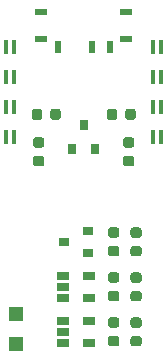
<source format=gbp>
G04 #@! TF.GenerationSoftware,KiCad,Pcbnew,(5.1.6)-1*
G04 #@! TF.CreationDate,2020-06-11T17:33:57+01:00*
G04 #@! TF.ProjectId,nrfmicro,6e72666d-6963-4726-9f2e-6b696361645f,rev?*
G04 #@! TF.SameCoordinates,Original*
G04 #@! TF.FileFunction,Paste,Bot*
G04 #@! TF.FilePolarity,Positive*
%FSLAX46Y46*%
G04 Gerber Fmt 4.6, Leading zero omitted, Abs format (unit mm)*
G04 Created by KiCad (PCBNEW (5.1.6)-1) date 2020-06-11 17:33:57*
%MOMM*%
%LPD*%
G01*
G04 APERTURE LIST*
%ADD10R,1.060000X0.650000*%
%ADD11R,1.270000X1.270000*%
%ADD12R,1.000000X0.600000*%
%ADD13R,1.100000X0.600000*%
%ADD14R,0.600000X1.000000*%
%ADD15R,0.800000X0.900000*%
%ADD16R,0.400000X1.143000*%
%ADD17R,0.900000X0.800000*%
G04 APERTURE END LIST*
D10*
X104267000Y-137433000D03*
X104267000Y-135533000D03*
X102067000Y-135533000D03*
X102067000Y-136483000D03*
X102067000Y-137433000D03*
G36*
G01*
X106598250Y-128513000D02*
X106085750Y-128513000D01*
G75*
G02*
X105867000Y-128294250I0J218750D01*
G01*
X105867000Y-127856750D01*
G75*
G02*
X106085750Y-127638000I218750J0D01*
G01*
X106598250Y-127638000D01*
G75*
G02*
X106817000Y-127856750I0J-218750D01*
G01*
X106817000Y-128294250D01*
G75*
G02*
X106598250Y-128513000I-218750J0D01*
G01*
G37*
G36*
G01*
X106598250Y-130088000D02*
X106085750Y-130088000D01*
G75*
G02*
X105867000Y-129869250I0J218750D01*
G01*
X105867000Y-129431750D01*
G75*
G02*
X106085750Y-129213000I218750J0D01*
G01*
X106598250Y-129213000D01*
G75*
G02*
X106817000Y-129431750I0J-218750D01*
G01*
X106817000Y-129869250D01*
G75*
G02*
X106598250Y-130088000I-218750J0D01*
G01*
G37*
G36*
G01*
X106085750Y-133023000D02*
X106598250Y-133023000D01*
G75*
G02*
X106817000Y-133241750I0J-218750D01*
G01*
X106817000Y-133679250D01*
G75*
G02*
X106598250Y-133898000I-218750J0D01*
G01*
X106085750Y-133898000D01*
G75*
G02*
X105867000Y-133679250I0J218750D01*
G01*
X105867000Y-133241750D01*
G75*
G02*
X106085750Y-133023000I218750J0D01*
G01*
G37*
G36*
G01*
X106085750Y-131448000D02*
X106598250Y-131448000D01*
G75*
G02*
X106817000Y-131666750I0J-218750D01*
G01*
X106817000Y-132104250D01*
G75*
G02*
X106598250Y-132323000I-218750J0D01*
G01*
X106085750Y-132323000D01*
G75*
G02*
X105867000Y-132104250I0J218750D01*
G01*
X105867000Y-131666750D01*
G75*
G02*
X106085750Y-131448000I218750J0D01*
G01*
G37*
G36*
G01*
X106085750Y-136833000D02*
X106598250Y-136833000D01*
G75*
G02*
X106817000Y-137051750I0J-218750D01*
G01*
X106817000Y-137489250D01*
G75*
G02*
X106598250Y-137708000I-218750J0D01*
G01*
X106085750Y-137708000D01*
G75*
G02*
X105867000Y-137489250I0J218750D01*
G01*
X105867000Y-137051750D01*
G75*
G02*
X106085750Y-136833000I218750J0D01*
G01*
G37*
G36*
G01*
X106085750Y-135258000D02*
X106598250Y-135258000D01*
G75*
G02*
X106817000Y-135476750I0J-218750D01*
G01*
X106817000Y-135914250D01*
G75*
G02*
X106598250Y-136133000I-218750J0D01*
G01*
X106085750Y-136133000D01*
G75*
G02*
X105867000Y-135914250I0J218750D01*
G01*
X105867000Y-135476750D01*
G75*
G02*
X106085750Y-135258000I218750J0D01*
G01*
G37*
G36*
G01*
X100277000Y-117811750D02*
X100277000Y-118324250D01*
G75*
G02*
X100058250Y-118543000I-218750J0D01*
G01*
X99620750Y-118543000D01*
G75*
G02*
X99402000Y-118324250I0J218750D01*
G01*
X99402000Y-117811750D01*
G75*
G02*
X99620750Y-117593000I218750J0D01*
G01*
X100058250Y-117593000D01*
G75*
G02*
X100277000Y-117811750I0J-218750D01*
G01*
G37*
G36*
G01*
X101852000Y-117811750D02*
X101852000Y-118324250D01*
G75*
G02*
X101633250Y-118543000I-218750J0D01*
G01*
X101195750Y-118543000D01*
G75*
G02*
X100977000Y-118324250I0J218750D01*
G01*
X100977000Y-117811750D01*
G75*
G02*
X101195750Y-117593000I218750J0D01*
G01*
X101633250Y-117593000D01*
G75*
G02*
X101852000Y-117811750I0J-218750D01*
G01*
G37*
G36*
G01*
X107327000Y-118324250D02*
X107327000Y-117811750D01*
G75*
G02*
X107545750Y-117593000I218750J0D01*
G01*
X107983250Y-117593000D01*
G75*
G02*
X108202000Y-117811750I0J-218750D01*
G01*
X108202000Y-118324250D01*
G75*
G02*
X107983250Y-118543000I-218750J0D01*
G01*
X107545750Y-118543000D01*
G75*
G02*
X107327000Y-118324250I0J218750D01*
G01*
G37*
G36*
G01*
X105752000Y-118324250D02*
X105752000Y-117811750D01*
G75*
G02*
X105970750Y-117593000I218750J0D01*
G01*
X106408250Y-117593000D01*
G75*
G02*
X106627000Y-117811750I0J-218750D01*
G01*
X106627000Y-118324250D01*
G75*
G02*
X106408250Y-118543000I-218750J0D01*
G01*
X105970750Y-118543000D01*
G75*
G02*
X105752000Y-118324250I0J218750D01*
G01*
G37*
G36*
G01*
X99735250Y-121593000D02*
X100247750Y-121593000D01*
G75*
G02*
X100466500Y-121811750I0J-218750D01*
G01*
X100466500Y-122249250D01*
G75*
G02*
X100247750Y-122468000I-218750J0D01*
G01*
X99735250Y-122468000D01*
G75*
G02*
X99516500Y-122249250I0J218750D01*
G01*
X99516500Y-121811750D01*
G75*
G02*
X99735250Y-121593000I218750J0D01*
G01*
G37*
G36*
G01*
X99735250Y-120018000D02*
X100247750Y-120018000D01*
G75*
G02*
X100466500Y-120236750I0J-218750D01*
G01*
X100466500Y-120674250D01*
G75*
G02*
X100247750Y-120893000I-218750J0D01*
G01*
X99735250Y-120893000D01*
G75*
G02*
X99516500Y-120674250I0J218750D01*
G01*
X99516500Y-120236750D01*
G75*
G02*
X99735250Y-120018000I218750J0D01*
G01*
G37*
G36*
G01*
X107868250Y-120893000D02*
X107355750Y-120893000D01*
G75*
G02*
X107137000Y-120674250I0J218750D01*
G01*
X107137000Y-120236750D01*
G75*
G02*
X107355750Y-120018000I218750J0D01*
G01*
X107868250Y-120018000D01*
G75*
G02*
X108087000Y-120236750I0J-218750D01*
G01*
X108087000Y-120674250D01*
G75*
G02*
X107868250Y-120893000I-218750J0D01*
G01*
G37*
G36*
G01*
X107868250Y-122468000D02*
X107355750Y-122468000D01*
G75*
G02*
X107137000Y-122249250I0J218750D01*
G01*
X107137000Y-121811750D01*
G75*
G02*
X107355750Y-121593000I218750J0D01*
G01*
X107868250Y-121593000D01*
G75*
G02*
X108087000Y-121811750I0J-218750D01*
G01*
X108087000Y-122249250D01*
G75*
G02*
X107868250Y-122468000I-218750J0D01*
G01*
G37*
G36*
G01*
X107990750Y-129213000D02*
X108503250Y-129213000D01*
G75*
G02*
X108722000Y-129431750I0J-218750D01*
G01*
X108722000Y-129869250D01*
G75*
G02*
X108503250Y-130088000I-218750J0D01*
G01*
X107990750Y-130088000D01*
G75*
G02*
X107772000Y-129869250I0J218750D01*
G01*
X107772000Y-129431750D01*
G75*
G02*
X107990750Y-129213000I218750J0D01*
G01*
G37*
G36*
G01*
X107990750Y-127638000D02*
X108503250Y-127638000D01*
G75*
G02*
X108722000Y-127856750I0J-218750D01*
G01*
X108722000Y-128294250D01*
G75*
G02*
X108503250Y-128513000I-218750J0D01*
G01*
X107990750Y-128513000D01*
G75*
G02*
X107772000Y-128294250I0J218750D01*
G01*
X107772000Y-127856750D01*
G75*
G02*
X107990750Y-127638000I218750J0D01*
G01*
G37*
G36*
G01*
X107990750Y-133023000D02*
X108503250Y-133023000D01*
G75*
G02*
X108722000Y-133241750I0J-218750D01*
G01*
X108722000Y-133679250D01*
G75*
G02*
X108503250Y-133898000I-218750J0D01*
G01*
X107990750Y-133898000D01*
G75*
G02*
X107772000Y-133679250I0J218750D01*
G01*
X107772000Y-133241750D01*
G75*
G02*
X107990750Y-133023000I218750J0D01*
G01*
G37*
G36*
G01*
X107990750Y-131448000D02*
X108503250Y-131448000D01*
G75*
G02*
X108722000Y-131666750I0J-218750D01*
G01*
X108722000Y-132104250D01*
G75*
G02*
X108503250Y-132323000I-218750J0D01*
G01*
X107990750Y-132323000D01*
G75*
G02*
X107772000Y-132104250I0J218750D01*
G01*
X107772000Y-131666750D01*
G75*
G02*
X107990750Y-131448000I218750J0D01*
G01*
G37*
G36*
G01*
X107990750Y-136833000D02*
X108503250Y-136833000D01*
G75*
G02*
X108722000Y-137051750I0J-218750D01*
G01*
X108722000Y-137489250D01*
G75*
G02*
X108503250Y-137708000I-218750J0D01*
G01*
X107990750Y-137708000D01*
G75*
G02*
X107772000Y-137489250I0J218750D01*
G01*
X107772000Y-137051750D01*
G75*
G02*
X107990750Y-136833000I218750J0D01*
G01*
G37*
G36*
G01*
X107990750Y-135258000D02*
X108503250Y-135258000D01*
G75*
G02*
X108722000Y-135476750I0J-218750D01*
G01*
X108722000Y-135914250D01*
G75*
G02*
X108503250Y-136133000I-218750J0D01*
G01*
X107990750Y-136133000D01*
G75*
G02*
X107772000Y-135914250I0J218750D01*
G01*
X107772000Y-135476750D01*
G75*
G02*
X107990750Y-135258000I218750J0D01*
G01*
G37*
D11*
X98086533Y-134958775D03*
X98086533Y-137498775D03*
D12*
X107402000Y-111671000D03*
D13*
X107402000Y-109385000D03*
X100202000Y-111671000D03*
D14*
X104502000Y-112378000D03*
X106002000Y-112378000D03*
X101602000Y-112378000D03*
D12*
X100202000Y-109385000D03*
D15*
X103802000Y-118973000D03*
X102852000Y-120973000D03*
X104752000Y-120973000D03*
D16*
X97261000Y-117433000D03*
X97896000Y-117433000D03*
X110342500Y-119973000D03*
X109707500Y-119973000D03*
X97261000Y-112353000D03*
X97896000Y-112353000D03*
X97261000Y-114893000D03*
X97896000Y-114893000D03*
X110342500Y-114893000D03*
X109707500Y-114893000D03*
X110342500Y-117433000D03*
X109707500Y-117433000D03*
X97261000Y-119973000D03*
X97896000Y-119973000D03*
X110342500Y-112353000D03*
X109707500Y-112353000D03*
D17*
X104167000Y-127913000D03*
X104167000Y-129813000D03*
X102167000Y-128863000D03*
D10*
X102067000Y-133623000D03*
X102067000Y-132673000D03*
X102067000Y-131723000D03*
X104267000Y-131723000D03*
X104267000Y-133623000D03*
M02*

</source>
